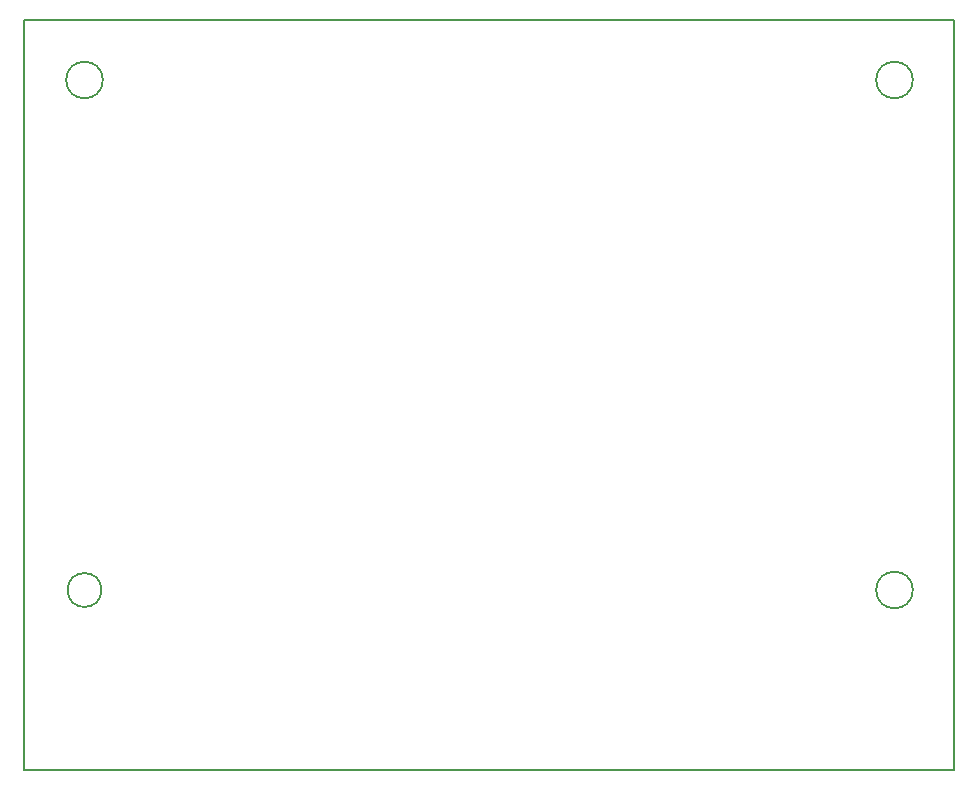
<source format=gbr>
%TF.GenerationSoftware,KiCad,Pcbnew,6.0.0-d3dd2cf0fa~116~ubuntu21.04.1*%
%TF.CreationDate,2022-01-04T14:06:44-05:00*%
%TF.ProjectId,control_pcb,636f6e74-726f-46c5-9f70-63622e6b6963,rev?*%
%TF.SameCoordinates,Original*%
%TF.FileFunction,Profile,NP*%
%FSLAX46Y46*%
G04 Gerber Fmt 4.6, Leading zero omitted, Abs format (unit mm)*
G04 Created by KiCad (PCBNEW 6.0.0-d3dd2cf0fa~116~ubuntu21.04.1) date 2022-01-04 14:06:44*
%MOMM*%
%LPD*%
G01*
G04 APERTURE LIST*
%TA.AperFunction,Profile*%
%ADD10C,0.200000*%
%TD*%
G04 APERTURE END LIST*
D10*
X176810000Y-81280000D02*
G75*
G03*
X176810000Y-81280000I-1550000J0D01*
G01*
X108120000Y-124460000D02*
G75*
G03*
X108120000Y-124460000I-1440000J0D01*
G01*
X101600000Y-76200000D02*
X180340000Y-76200000D01*
X180340000Y-76200000D02*
X180340000Y-139700000D01*
X180340000Y-139700000D02*
X101600000Y-139700000D01*
X101600000Y-139700000D02*
X101600000Y-76200000D01*
X108230000Y-81280000D02*
G75*
G03*
X108230000Y-81280000I-1550000J0D01*
G01*
X176810000Y-124460000D02*
G75*
G03*
X176810000Y-124460000I-1550000J0D01*
G01*
M02*

</source>
